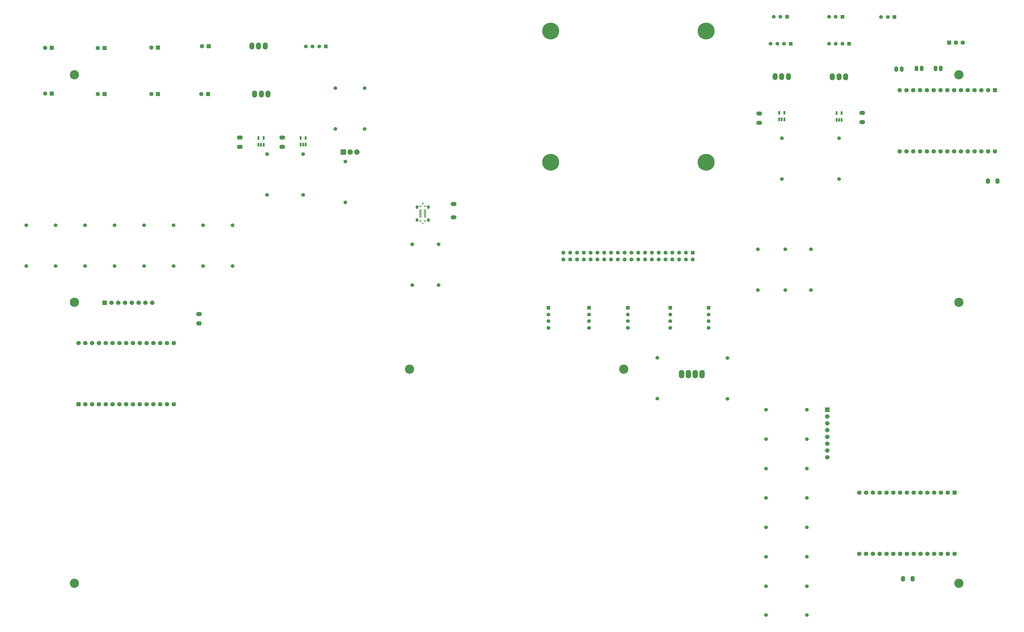
<source format=gts>
G04*
G04 #@! TF.GenerationSoftware,Altium Limited,Altium Designer,24.1.2 (44)*
G04*
G04 Layer_Color=8388736*
%FSLAX25Y25*%
%MOIN*%
G70*
G04*
G04 #@! TF.SameCoordinates,7BB0C798-B388-47C6-955D-DBFAA0C4EE40*
G04*
G04*
G04 #@! TF.FilePolarity,Negative*
G04*
G01*
G75*
%ADD19R,0.03425X0.01181*%
G04:AMPARAMS|DCode=20|XSize=52.03mil|YSize=23.68mil|CornerRadius=4.46mil|HoleSize=0mil|Usage=FLASHONLY|Rotation=90.000|XOffset=0mil|YOffset=0mil|HoleType=Round|Shape=RoundedRectangle|*
%AMROUNDEDRECTD20*
21,1,0.05203,0.01476,0,0,90.0*
21,1,0.04311,0.02368,0,0,90.0*
1,1,0.00892,0.00738,0.02156*
1,1,0.00892,0.00738,-0.02156*
1,1,0.00892,-0.00738,-0.02156*
1,1,0.00892,-0.00738,0.02156*
%
%ADD20ROUNDEDRECTD20*%
%ADD21O,0.08668X0.05912*%
%ADD22O,0.08274X0.06306*%
%ADD23C,0.13543*%
%ADD24R,0.06424X0.06424*%
%ADD25C,0.06424*%
%ADD26O,0.05518X0.08077*%
%ADD27C,0.05400*%
%ADD28R,0.05512X0.05512*%
%ADD29C,0.05512*%
%ADD30C,0.02047*%
G04:AMPARAMS|DCode=31|XSize=28.35mil|YSize=20.47mil|CornerRadius=10.24mil|HoleSize=0mil|Usage=FLASHONLY|Rotation=90.000|XOffset=0mil|YOffset=0mil|HoleType=Round|Shape=RoundedRectangle|*
%AMROUNDEDRECTD31*
21,1,0.02835,0.00000,0,0,90.0*
21,1,0.00787,0.02047,0,0,90.0*
1,1,0.02047,0.00000,0.00394*
1,1,0.02047,0.00000,-0.00394*
1,1,0.02047,0.00000,-0.00394*
1,1,0.02047,0.00000,0.00394*
%
%ADD31ROUNDEDRECTD31*%
G04:AMPARAMS|DCode=32|XSize=53.15mil|YSize=43.31mil|CornerRadius=21.65mil|HoleSize=0mil|Usage=FLASHONLY|Rotation=90.000|XOffset=0mil|YOffset=0mil|HoleType=Round|Shape=RoundedRectangle|*
%AMROUNDEDRECTD32*
21,1,0.05315,0.00000,0,0,90.0*
21,1,0.00984,0.04331,0,0,90.0*
1,1,0.04331,0.00000,0.00492*
1,1,0.04331,0.00000,-0.00492*
1,1,0.04331,0.00000,-0.00492*
1,1,0.04331,0.00000,0.00492*
%
%ADD32ROUNDEDRECTD32*%
%ADD33C,0.06551*%
%ADD34R,0.06551X0.06551*%
%ADD35C,0.06102*%
%ADD36R,0.06102X0.06102*%
%ADD37R,0.06551X0.06551*%
%ADD38O,0.07290X0.10243*%
%ADD39R,0.07874X0.07874*%
%ADD40C,0.07874*%
%ADD41C,0.24810*%
%ADD42O,0.06306X0.08274*%
%ADD43R,0.06400X0.06400*%
%ADD44C,0.06400*%
%ADD45C,0.05794*%
%ADD46R,0.05794X0.05794*%
%ADD47O,0.08274X0.12211*%
%ADD48R,0.05512X0.05512*%
D19*
X633130Y637343D02*
D03*
Y639311D02*
D03*
Y641280D02*
D03*
Y643248D02*
D03*
Y645217D02*
D03*
Y647185D02*
D03*
Y631437D02*
D03*
Y653090D02*
D03*
X626319Y647185D02*
D03*
Y645217D02*
D03*
Y643248D02*
D03*
Y641280D02*
D03*
Y639311D02*
D03*
Y637343D02*
D03*
Y653090D02*
D03*
Y631437D02*
D03*
D20*
X388440Y753173D02*
D03*
X395921D02*
D03*
Y743370D02*
D03*
X392180D02*
D03*
X388440D02*
D03*
X1153417Y790402D02*
D03*
X1160898D02*
D03*
Y780598D02*
D03*
X1157158D02*
D03*
X1153417D02*
D03*
X1237602Y789902D02*
D03*
X1245083D02*
D03*
Y780098D02*
D03*
X1241343D02*
D03*
X1237602D02*
D03*
X450238Y743586D02*
D03*
X453978D02*
D03*
X457718D02*
D03*
Y753389D02*
D03*
X450238D02*
D03*
D21*
X1275500Y776713D02*
D03*
Y790492D02*
D03*
X1124000Y775658D02*
D03*
Y789437D02*
D03*
X423500Y740220D02*
D03*
Y754000D02*
D03*
X361000Y740220D02*
D03*
Y754000D02*
D03*
X675000Y656343D02*
D03*
Y636657D02*
D03*
D22*
X301000Y494390D02*
D03*
Y480610D02*
D03*
D23*
X925197Y413386D02*
D03*
X610236D02*
D03*
X1417323Y846457D02*
D03*
Y511811D02*
D03*
Y98425D02*
D03*
X118110Y846457D02*
D03*
Y511811D02*
D03*
Y98425D02*
D03*
D24*
X1470500Y823633D02*
D03*
X1410973Y231500D02*
D03*
X124027Y361500D02*
D03*
D25*
X1460500Y823633D02*
D03*
X1450500D02*
D03*
X1440500D02*
D03*
X1430500D02*
D03*
X1420500D02*
D03*
X1410500D02*
D03*
X1400500D02*
D03*
X1390500D02*
D03*
X1380500D02*
D03*
X1370500D02*
D03*
X1360500D02*
D03*
X1350500D02*
D03*
X1340500D02*
D03*
X1330500D02*
D03*
Y733633D02*
D03*
X1340500D02*
D03*
X1350500D02*
D03*
X1360500D02*
D03*
X1370500D02*
D03*
X1380500D02*
D03*
X1390500D02*
D03*
X1400500D02*
D03*
X1410500D02*
D03*
X1420500D02*
D03*
X1430500D02*
D03*
X1440500D02*
D03*
X1450500D02*
D03*
X1460500D02*
D03*
X1470500D02*
D03*
X1400973Y231500D02*
D03*
X1390973D02*
D03*
X1380973D02*
D03*
X1370973D02*
D03*
X1360973D02*
D03*
X1350973D02*
D03*
X1340973D02*
D03*
X1330973D02*
D03*
X1320973D02*
D03*
X1310973D02*
D03*
X1300973D02*
D03*
X1290973D02*
D03*
X1280973D02*
D03*
X1270973D02*
D03*
Y141500D02*
D03*
X1280973D02*
D03*
X1290973D02*
D03*
X1300973D02*
D03*
X1310973D02*
D03*
X1320973D02*
D03*
X1330973D02*
D03*
X1340973D02*
D03*
X1350973D02*
D03*
X1360973D02*
D03*
X1370973D02*
D03*
X1380973D02*
D03*
X1390973D02*
D03*
X1400973D02*
D03*
X1410973D02*
D03*
X124027Y451500D02*
D03*
X134027D02*
D03*
X144027D02*
D03*
X154027D02*
D03*
X164027D02*
D03*
X174027D02*
D03*
X184027D02*
D03*
X194027D02*
D03*
X204027D02*
D03*
X214027D02*
D03*
X224027D02*
D03*
X234027D02*
D03*
X244027D02*
D03*
X254027D02*
D03*
X264027D02*
D03*
Y361500D02*
D03*
X254027D02*
D03*
X244027D02*
D03*
X234027D02*
D03*
X224027D02*
D03*
X214027D02*
D03*
X204027D02*
D03*
X194027D02*
D03*
X184027D02*
D03*
X174027D02*
D03*
X164027D02*
D03*
X154027D02*
D03*
X144027D02*
D03*
X134027D02*
D03*
D26*
X1362874Y855630D02*
D03*
X1355000D02*
D03*
X1333322Y854559D02*
D03*
X1325448D02*
D03*
X1383000Y855630D02*
D03*
X1390874D02*
D03*
D27*
X1241343Y693000D02*
D03*
Y753000D02*
D03*
X1077500Y369592D02*
D03*
Y429592D02*
D03*
X974500Y370000D02*
D03*
Y430000D02*
D03*
X1194000Y137232D02*
D03*
X1134000D02*
D03*
Y93925D02*
D03*
X1194000D02*
D03*
X1134000Y267154D02*
D03*
X1194000D02*
D03*
X1134000Y180539D02*
D03*
X1194000D02*
D03*
X1134000Y310461D02*
D03*
X1194000D02*
D03*
X1134000Y223847D02*
D03*
X1194000D02*
D03*
Y353768D02*
D03*
X1134000D02*
D03*
Y51500D02*
D03*
X1194000D02*
D03*
X47244Y625000D02*
D03*
Y565000D02*
D03*
X90551Y625000D02*
D03*
Y565000D02*
D03*
X133858D02*
D03*
Y625000D02*
D03*
X177165Y565000D02*
D03*
Y625000D02*
D03*
X220472D02*
D03*
Y565000D02*
D03*
X263779Y625000D02*
D03*
Y565000D02*
D03*
X307087D02*
D03*
Y625000D02*
D03*
X350394Y565000D02*
D03*
Y625000D02*
D03*
X544555Y766500D02*
D03*
Y826500D02*
D03*
X501445Y766500D02*
D03*
Y826500D02*
D03*
X516000Y718500D02*
D03*
Y658500D02*
D03*
X401087Y729500D02*
D03*
Y669500D02*
D03*
X453978D02*
D03*
Y729500D02*
D03*
X614500Y537000D02*
D03*
Y597000D02*
D03*
X653000D02*
D03*
Y537000D02*
D03*
X1157319Y753000D02*
D03*
Y693000D02*
D03*
X1122000Y529500D02*
D03*
Y589500D02*
D03*
X1200000D02*
D03*
Y529500D02*
D03*
X1162500D02*
D03*
Y589500D02*
D03*
D28*
X487500Y888000D02*
D03*
X1322843Y931303D02*
D03*
X1256185Y892000D02*
D03*
X1246342Y931500D02*
D03*
X1165000D02*
D03*
X1170343Y892000D02*
D03*
D29*
X477658Y888000D02*
D03*
X467815D02*
D03*
X457972D02*
D03*
X1303158Y931303D02*
D03*
X1313000D02*
D03*
X1226657Y892000D02*
D03*
X1236500D02*
D03*
X1246342D02*
D03*
X1226657Y931500D02*
D03*
X1236500D02*
D03*
X1155157D02*
D03*
X1145315D02*
D03*
X1140815Y892000D02*
D03*
X1150657D02*
D03*
X1160500D02*
D03*
X814500Y474000D02*
D03*
Y483843D02*
D03*
Y493685D02*
D03*
X931067Y474000D02*
D03*
Y483843D02*
D03*
Y493685D02*
D03*
X874000D02*
D03*
Y483843D02*
D03*
Y474000D02*
D03*
X993500D02*
D03*
Y483843D02*
D03*
Y493685D02*
D03*
X1049689Y474000D02*
D03*
Y483843D02*
D03*
Y493685D02*
D03*
D30*
X629724Y627500D02*
D03*
D31*
Y657028D02*
D03*
D32*
X638189Y651713D02*
D03*
Y632815D02*
D03*
X621260Y651713D02*
D03*
Y632815D02*
D03*
D33*
X1224000Y343768D02*
D03*
Y323768D02*
D03*
Y333768D02*
D03*
Y303768D02*
D03*
Y313768D02*
D03*
Y283768D02*
D03*
Y293768D02*
D03*
X172500Y511000D02*
D03*
X192500D02*
D03*
X182500D02*
D03*
X212500D02*
D03*
X202500D02*
D03*
X232500D02*
D03*
X222500D02*
D03*
D34*
X1224000Y353768D02*
D03*
D35*
X75000Y818500D02*
D03*
X305462Y888456D02*
D03*
X304500Y817976D02*
D03*
X152500Y885575D02*
D03*
Y817976D02*
D03*
X231000D02*
D03*
Y886433D02*
D03*
X75000Y886000D02*
D03*
D36*
X84842Y818500D02*
D03*
X315305Y888456D02*
D03*
X314342Y817976D02*
D03*
X162343Y885575D02*
D03*
Y817976D02*
D03*
X240843D02*
D03*
Y886433D02*
D03*
X84842Y886000D02*
D03*
D37*
X162500Y511000D02*
D03*
D38*
X1241343Y843339D02*
D03*
X1251185D02*
D03*
X1231500D02*
D03*
X382815Y818075D02*
D03*
X402500D02*
D03*
X392657D02*
D03*
X378658Y888555D02*
D03*
X398342D02*
D03*
X388500D02*
D03*
X1147315Y843500D02*
D03*
X1167000D02*
D03*
X1157158D02*
D03*
D39*
X513000Y732500D02*
D03*
D40*
X523000D02*
D03*
X533000D02*
D03*
D41*
X817827Y717500D02*
D03*
X1046173D02*
D03*
X817827Y910500D02*
D03*
X1046173D02*
D03*
D42*
X1474000Y690000D02*
D03*
X1460221D02*
D03*
X1349279Y105000D02*
D03*
X1335500D02*
D03*
D43*
X1403000Y893500D02*
D03*
D44*
X1413000D02*
D03*
X1423000D02*
D03*
D45*
X836327Y574500D02*
D03*
Y584500D02*
D03*
X846327Y574500D02*
D03*
Y584500D02*
D03*
X856327Y574500D02*
D03*
Y584500D02*
D03*
X866327Y574500D02*
D03*
Y584500D02*
D03*
X876327Y574500D02*
D03*
Y584500D02*
D03*
X886327Y574500D02*
D03*
Y584500D02*
D03*
X896327Y574500D02*
D03*
Y584500D02*
D03*
X906327Y574500D02*
D03*
Y584500D02*
D03*
X916327Y574500D02*
D03*
Y584500D02*
D03*
X926327Y574500D02*
D03*
Y584500D02*
D03*
X936327Y574500D02*
D03*
Y584500D02*
D03*
X946327Y574500D02*
D03*
Y584500D02*
D03*
X956327Y574500D02*
D03*
Y584500D02*
D03*
X966327Y574500D02*
D03*
Y584500D02*
D03*
X976327Y574500D02*
D03*
Y584500D02*
D03*
X986327Y574500D02*
D03*
Y584500D02*
D03*
X996327Y574500D02*
D03*
Y584500D02*
D03*
X1006327Y574500D02*
D03*
Y584500D02*
D03*
X1016327Y574500D02*
D03*
Y584500D02*
D03*
X1026327Y574500D02*
D03*
D46*
Y584500D02*
D03*
D47*
X1030000Y406000D02*
D03*
X1010000D02*
D03*
X1040000D02*
D03*
X1020000D02*
D03*
D48*
X814500Y503528D02*
D03*
X931067D02*
D03*
X874000D02*
D03*
X993500D02*
D03*
X1049689D02*
D03*
M02*

</source>
